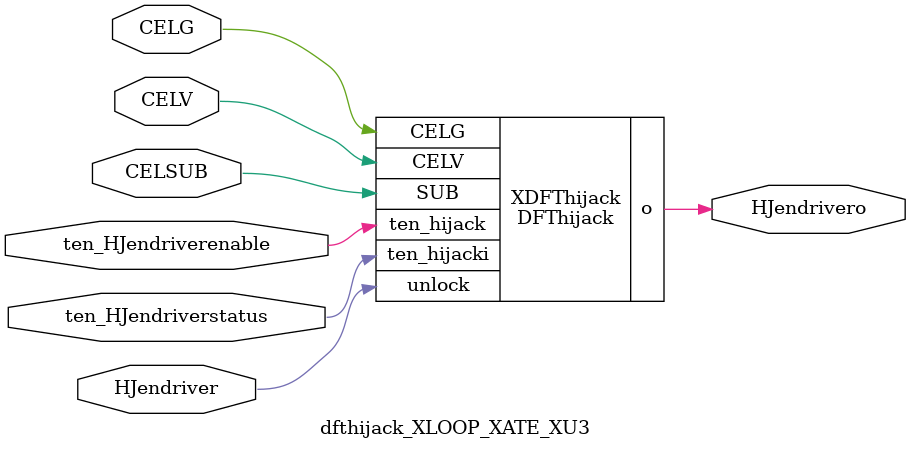
<source format=v>


module DFThijack ( o, CELG, CELV, SUB, ten_hijack, ten_hijacki, unlock );

  input CELV;
  input ten_hijack;
  input ten_hijacki;
  input unlock;
  output o;
  input SUB;
  input CELG;
endmodule


module dfthijack_XLOOP_XATE_XU3 (HJendrivero,CELG,CELV,CELSUB,ten_HJendriverenable,ten_HJendriverstatus,HJendriver);
output  HJendrivero;
input  CELG;
input  CELV;
input  CELSUB;
input  ten_HJendriverenable;
input  ten_HJendriverstatus;
input  HJendriver;

DFThijack XDFThijack(
  .o (HJendrivero),
  .CELG (CELG),
  .CELV (CELV),
  .SUB (CELSUB),
  .ten_hijack (ten_HJendriverenable),
  .ten_hijacki (ten_HJendriverstatus),
  .unlock (HJendriver)
);

endmodule


</source>
